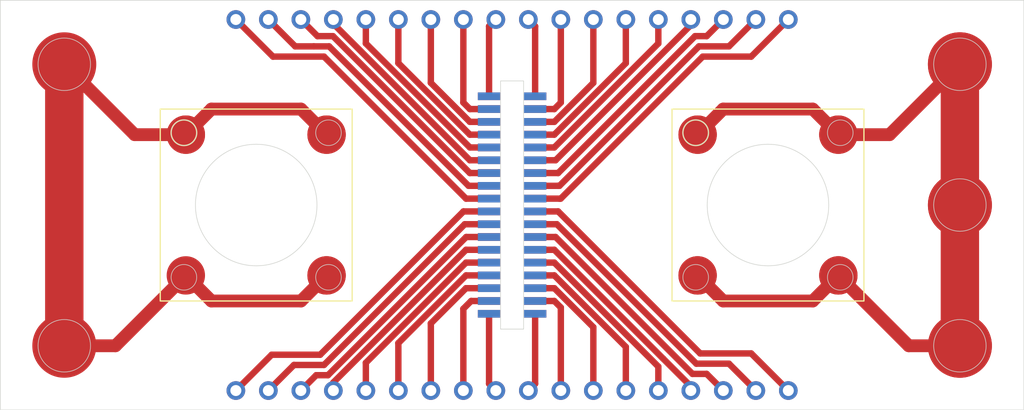
<source format=kicad_pcb>
(kicad_pcb (version 20241229) (generator "pcbnew") (generator_version "9.0")
  (title_block (date "2025-03-12"))
  (layers (0 "F.Cu" signal) (2 "B.Cu" signal) (13 "F.Paste" user) (15 "B.Paste" user) (5 "F.SilkS" user "F.Silkscreen") (7 "B.SilkS" user "B.Silkscreen") (1 "F.Mask" user) (3 "B.Mask" user) (25 "Edge.Cuts" user))
  (net 0 "")
  (footprint "footprints:Ground pads" (layer "F.Cu") (at 115.5 80.5)
    (property "Reference" "REF**" (hide yes))
    (property "Value" "Ground pads" (hide yes))
    (pad "1" smd circle (at 0 0) (size 3 3) (layers "F.Cu" "F.Mask" "F.Paste"))
  )
  (footprint "footprints:Ground pads" (layer "F.Cu") (at 104.5 80.5)
    (property "Reference" "REF**" (hide yes))
    (property "Value" "Ground pads" (hide yes))
    (pad "1" smd circle (at 0 0) (size 3 3) (layers "F.Cu" "F.Mask" "F.Paste"))
  )
  (footprint "footprints:Ground pads" (layer "F.Cu") (at 144.5 91.5)
    (property "Reference" "REF**" (hide yes))
    (property "Value" "Ground pads" (hide yes))
    (pad "1" smd circle (at 0 0) (size 3 3) (layers "F.Cu" "F.Mask" "F.Paste"))
  )
  (footprint "footprints:223956-1" (layer "F.Cu") (at 95 75)
    (property "Reference" "U4" (hide yes))
    (property "Value" "~" (hide yes))
    (fp_circle (center 0 0) (end 0 2.05) (stroke (width 0.05)) (fill no) (layer "Edge.Cuts"))
  )
  (footprint "footprints:Ground pads" (layer "F.Cu") (at 165 75)
    (property "Reference" "REF**" (hide yes))
    (property "Value" "Ground pads" (hide yes))
    (pad "1" smd circle (at 0 0) (size 5 5) (layers "F.Cu" "F.Mask" "F.Paste"))
  )
  (footprint "" (layer "F.Cu") (at 155.5 91.5)
    (property "Reference" "" (at 0 0 0) (layer "F.SilkS") (effects (font (size 1.27 1.27))))
    (property "Value" "")
    (pad "1" smd circle (at 0 0) (size 3 3) (layers "F.Cu" "F.Mask" "F.Paste"))
  )
  (footprint "footprints:Vertical board electrical anchor 36 pins" (layer "F.Cu") (at 130 86)
    (property "Reference" "REF**" (hide yes))
    (property "Value" "Vertical board electrical anchor 40 pins" (hide yes))
    (fp_rect (start -0.9 -9.7) (end 0.9 9.7) (stroke (width 0.05)) (fill no) (layer "Edge.Cuts"))
    (pad "01A" smd rect (at -1.8 -8.5 90) (size 0.6 1.75) (layers "F.Cu" "F.Mask" "F.Paste"))
    (pad "01A" smd rect (at 1.8 -8.5 90) (size 0.6 1.75) (layers "F.Cu" "F.Mask" "F.Paste"))
    (pad "02A" smd rect (at -1.8 -7.5 90) (size 0.6 1.75) (layers "F.Cu" "F.Mask" "F.Paste"))
    (pad "02A" smd rect (at 1.8 -7.5 90) (size 0.6 1.75) (layers "F.Cu" "F.Mask" "F.Paste"))
    (pad "03A" smd rect (at -1.8 -6.5 90) (size 0.6 1.75) (layers "F.Cu" "F.Mask" "F.Paste"))
    (pad "03A" smd rect (at 1.8 -6.5 90) (size 0.6 1.75) (layers "F.Cu" "F.Mask" "F.Paste"))
    (pad "04A" smd rect (at -1.8 -5.5 90) (size 0.6 1.75) (layers "F.Cu" "F.Mask" "F.Paste"))
    (pad "04A" smd rect (at 1.8 -5.5 90) (size 0.6 1.75) (layers "F.Cu" "F.Mask" "F.Paste"))
    (pad "05A" smd rect (at -1.8 -4.5 90) (size 0.6 1.75) (layers "F.Cu" "F.Mask" "F.Paste"))
    (pad "05A" smd rect (at 1.8 -4.5 90) (size 0.6 1.75) (layers "F.Cu" "F.Mask" "F.Paste"))
    (pad "06A" smd rect (at -1.8 -3.5 90) (size 0.6 1.75) (layers "F.Cu" "F.Mask" "F.Paste"))
    (pad "06A" smd rect (at 1.8 -3.5 90) (size 0.6 1.75) (layers "F.Cu" "F.Mask" "F.Paste"))
    (pad "07A" smd rect (at -1.8 -2.5 90) (size 0.6 1.75) (layers "F.Cu" "F.Mask" "F.Paste"))
    (pad "07A" smd rect (at 1.8 -2.5 90) (size 0.6 1.75) (layers "F.Cu" "F.Mask" "F.Paste"))
    (pad "08A" smd rect (at -1.8 -1.5 90) (size 0.6 1.75) (layers "F.Cu" "F.Mask" "F.Paste"))
    (pad "08A" smd rect (at 1.8 -1.5 90) (size 0.6 1.75) (layers "F.Cu" "F.Mask" "F.Paste"))
    (pad "09A" smd rect (at -1.8 -0.5 90) (size 0.6 1.75) (layers "F.Cu" "F.Mask" "F.Paste"))
    (pad "09A" smd rect (at 1.8 -0.5 90) (size 0.6 1.75) (layers "F.Cu" "F.Mask" "F.Paste"))
    (pad "10A" smd rect (at -1.8 0.5 90) (size 0.6 1.75) (layers "F.Cu" "F.Mask" "F.Paste"))
    (pad "10A" smd rect (at 1.8 0.5 90) (size 0.6 1.75) (layers "F.Cu" "F.Mask" "F.Paste"))
    (pad "11A" smd rect (at -1.8 1.5 90) (size 0.6 1.75) (layers "F.Cu" "F.Mask" "F.Paste"))
    (pad "11A" smd rect (at 1.8 1.5 90) (size 0.6 1.75) (layers "F.Cu" "F.Mask" "F.Paste"))
    (pad "12A" smd rect (at -1.8 2.5 90) (size 0.6 1.75) (layers "F.Cu" "F.Mask" "F.Paste"))
    (pad "12A" smd rect (at 1.8 2.5 90) (size 0.6 1.75) (layers "F.Cu" "F.Mask" "F.Paste"))
    (pad "13A" smd rect (at -1.8 3.5 90) (size 0.6 1.75) (layers "F.Cu" "F.Mask" "F.Paste"))
    (pad "13A" smd rect (at 1.8 3.5 90) (size 0.6 1.75) (layers "F.Cu" "F.Mask" "F.Paste"))
    (pad "14A" smd rect (at -1.8 4.5 90) (size 0.6 1.75) (layers "F.Cu" "F.Mask" "F.Paste"))
    (pad "14A" smd rect (at 1.8 4.5 90) (size 0.6 1.75) (layers "F.Cu" "F.Mask" "F.Paste"))
    (pad "15A" smd rect (at -1.8 5.5 90) (size 0.6 1.75) (layers "F.Cu" "F.Mask" "F.Paste"))
    (pad "15A" smd rect (at 1.8 5.5 90) (size 0.6 1.75) (layers "F.Cu" "F.Mask" "F.Paste"))
    (pad "16A" smd rect (at -1.8 6.5 90) (size 0.6 1.75) (layers "F.Cu" "F.Mask" "F.Paste"))
    (pad "16A" smd rect (at 1.8 6.5 90) (size 0.6 1.75) (layers "F.Cu" "F.Mask" "F.Paste"))
    (pad "17A" smd rect (at -1.8 7.5 90) (size 0.6 1.75) (layers "F.Cu" "F.Mask" "F.Paste"))
    (pad "17A" smd rect (at 1.8 7.5 90) (size 0.6 1.75) (layers "F.Cu" "F.Mask" "F.Paste"))
    (pad "18A" smd rect (at -1.8 8.5 90) (size 0.6 1.75) (layers "F.Cu" "F.Mask" "F.Paste"))
    (pad "18A" smd rect (at 1.8 8.5 90) (size 0.6 1.75) (layers "F.Cu" "F.Mask" "F.Paste"))
  )
  (footprint "" (layer "F.Cu") (at 165 75)
    (property "Reference" "" (at 0 0 0) (layer "F.SilkS") (effects (font (size 1.27 1.27))))
    (property "Value" "")
    (pad "1" smd circle (at 0 0) (size 5 5) (layers "F.Cu" "F.Mask" "F.Paste"))
  )
  (footprint "" (layer "F.Cu") (at 165 86)
    (property "Reference" "" (at 0 0 0) (layer "F.SilkS") (effects (font (size 1.27 1.27))))
    (property "Value" "")
    (pad "1" smd circle (at 0 0) (size 5 5) (layers "F.Cu" "F.Mask" "F.Paste"))
  )
  (footprint "footprints:Male BNC to Female SMA" (layer "F.Cu") (at 150 86)
    (property "Reference" "REF**" (hide yes))
    (property "Value" "Male BNC to Female SMA" (hide yes))
    (fp_rect (start -7.5 -7.5) (end 7.5 7.5) (stroke (width 0.1)) (fill no) (layer "F.SilkS"))
    (fp_circle (center -5.65 -5.65) (end -5.65 -4.65) (stroke (width 0.1)) (fill no) (layer "F.SilkS"))
    (fp_circle (center -5.65 -5.65) (end -5.65 -4.65) (stroke (width 0.05)) (fill no) (layer "Edge.Cuts"))
    (fp_circle (center -5.65 5.65) (end -5.65 6.65) (stroke (width 0.05)) (fill no) (layer "Edge.Cuts"))
    (fp_circle (center 0 0) (end 0 -4.75) (stroke (width 0.05)) (fill no) (layer "Edge.Cuts"))
    (fp_circle (center 5.65 -5.65) (end 5.65 -6.65) (stroke (width 0.05)) (fill no) (layer "Edge.Cuts"))
    (fp_circle (center 5.65 5.65) (end 4.65 5.65) (stroke (width 0.05)) (fill no) (layer "Edge.Cuts"))
  )
  (footprint "footprints:Ground pads" (layer "F.Cu") (at 115.5 91.5)
    (property "Reference" "REF**" (hide yes))
    (property "Value" "Ground pads" (hide yes))
    (pad "1" smd circle (at 0 0) (size 3 3) (layers "F.Cu" "F.Mask" "F.Paste"))
  )
  (footprint "footprints:Ground pads" (layer "F.Cu") (at 95 75)
    (property "Reference" "REF**" (hide yes))
    (property "Value" "Ground pads" (hide yes))
    (pad "1" smd circle (at 0 0) (size 5 5) (layers "F.Cu" "F.Mask" "F.Paste"))
  )
  (footprint "" (layer "F.Cu") (at 144.5 80.5)
    (property "Reference" "" (at 0 0 0) (layer "F.SilkS") (effects (font (size 1.27 1.27))))
    (property "Value" "")
    (pad "1" smd circle (at 0 0) (size 3 3) (layers "F.Cu" "F.Mask" "F.Paste"))
  )
  (footprint "" (layer "F.Cu") (at 115.5 91.5)
    (property "Reference" "" (at 0 0 0) (layer "F.SilkS") (effects (font (size 1.27 1.27))))
    (property "Value" "")
    (pad "1" smd circle (at 0 0) (size 3 3) (layers "F.Cu" "F.Mask" "F.Paste"))
  )
  (footprint "" (layer "F.Cu") (at 155.5 80.5)
    (property "Reference" "" (at 0 0 0) (layer "F.SilkS") (effects (font (size 1.27 1.27))))
    (property "Value" "")
    (pad "1" smd circle (at 0 0) (size 3 3) (layers "F.Cu" "F.Mask" "F.Paste"))
  )
  (footprint "footprints:Ground pads" (layer "F.Cu") (at 165 97)
    (property "Reference" "REF**" (hide yes))
    (property "Value" "Ground pads" (hide yes))
    (pad "1" smd circle (at 0 0) (size 5 5) (layers "F.Cu" "F.Mask" "F.Paste"))
  )
  (footprint "footprints:223956-1" (layer "F.Cu") (at 95 97)
    (property "Reference" "U3" (hide yes))
    (property "Value" "~" (hide yes))
    (fp_circle (center 0 0) (end 0 2.05) (stroke (width 0.05)) (fill no) (layer "Edge.Cuts"))
  )
  (footprint "footprints:Ground pads" (layer "F.Cu") (at 95 97)
    (property "Reference" "REF**" (hide yes))
    (property "Value" "Ground pads" (hide yes))
    (pad "1" smd circle (at 0 0) (size 5 5) (layers "F.Cu" "F.Mask" "F.Paste"))
  )
  (footprint "footprints:Ground pads" (layer "F.Cu") (at 104.5 91.5)
    (property "Reference" "REF**" (hide yes))
    (property "Value" "Ground pads" (hide yes))
    (pad "1" smd circle (at 0 0) (size 3 3) (layers "F.Cu" "F.Mask" "F.Paste"))
  )
  (footprint "footprints:223956-1" (layer "F.Cu") (at 165 75)
    (property "Reference" "U5" (hide yes))
    (property "Value" "~" (hide yes))
    (fp_circle (center 0 0) (end 0 2.05) (stroke (width 0.05)) (fill no) (layer "Edge.Cuts"))
  )
  (footprint "footprints:Ground pads" (layer "F.Cu") (at 155.5 91.5)
    (property "Reference" "REF**" (hide yes))
    (property "Value" "Ground pads" (hide yes))
    (pad "1" smd circle (at 0 0) (size 3 3) (layers "F.Cu" "F.Mask" "F.Paste"))
  )
  (footprint "footprints:Ground pads" (layer "F.Cu") (at 144.5 80.5)
    (property "Reference" "REF**" (hide yes))
    (property "Value" "Ground pads" (hide yes))
    (pad "1" smd circle (at 0 0) (size 3 3) (layers "F.Cu" "F.Mask" "F.Paste"))
  )
  (footprint "footprints:223956-1" (layer "F.Cu") (at 165 97)
    (property "Reference" "U6" (hide yes))
    (property "Value" "~" (hide yes))
    (fp_circle (center 0 0) (end 0 2.05) (stroke (width 0.05)) (fill no) (layer "Edge.Cuts"))
  )
  (footprint "" (layer "F.Cu") (at 104.5 80.5)
    (property "Reference" "" (at 0 0 0) (layer "F.SilkS") (effects (font (size 1.27 1.27))))
    (property "Value" "")
    (pad "1" smd circle (at 0 0) (size 3 3) (layers "F.Cu" "F.Mask" "F.Paste"))
  )
  (footprint "footprints:Male BNC to Female SMA" (layer "F.Cu") (at 110 86)
    (property "Reference" "REF**" (hide yes))
    (property "Value" "Male BNC to Female SMA" (hide yes))
    (fp_rect (start -7.5 -7.5) (end 7.5 7.5) (stroke (width 0.1)) (fill no) (layer "F.SilkS"))
    (fp_circle (center -5.65 -5.65) (end -5.65 -4.65) (stroke (width 0.1)) (fill no) (layer "F.SilkS"))
    (fp_circle (center -5.65 -5.65) (end -5.65 -4.65) (stroke (width 0.05)) (fill no) (layer "Edge.Cuts"))
    (fp_circle (center -5.65 5.65) (end -5.65 6.65) (stroke (width 0.05)) (fill no) (layer "Edge.Cuts"))
    (fp_circle (center 0 0) (end 0 -4.75) (stroke (width 0.05)) (fill no) (layer "Edge.Cuts"))
    (fp_circle (center 5.65 -5.65) (end 5.65 -6.65) (stroke (width 0.05)) (fill no) (layer "Edge.Cuts"))
    (fp_circle (center 5.65 5.65) (end 4.65 5.65) (stroke (width 0.05)) (fill no) (layer "Edge.Cuts"))
  )
  (footprint "" (layer "F.Cu") (at 115.5 80.5)
    (property "Reference" "" (at 0 0 0) (layer "F.SilkS") (effects (font (size 1.27 1.27))))
    (property "Value" "")
    (pad "1" smd circle (at 0 0) (size 3 3) (layers "F.Cu" "F.Mask" "F.Paste"))
  )
  (footprint "footprints:Ground pads" (layer "F.Cu") (at 155.5 80.5)
    (property "Reference" "REF**" (hide yes))
    (property "Value" "Ground pads" (hide yes))
    (pad "1" smd circle (at 0 0) (size 3 3) (layers "F.Cu" "F.Mask" "F.Paste"))
  )
  (footprint "footprints:Ground pads" (layer "F.Cu") (at 165 86)
    (property "Reference" "REF**" (hide yes))
    (property "Value" "Ground pads" (hide yes))
    (pad "1" smd circle (at 0 0) (size 5 5) (layers "F.Cu" "F.Mask" "F.Paste"))
  )
  (footprint "" (layer "F.Cu") (at 144.5 91.5)
    (property "Reference" "" (at 0 0 0) (layer "F.SilkS") (effects (font (size 1.27 1.27))))
    (property "Value" "")
    (pad "1" smd circle (at 0 0) (size 3 3) (layers "F.Cu" "F.Mask" "F.Paste"))
  )
  (footprint "footprints:223956-1" (layer "F.Cu") (at 165 86)
    (property "Reference" "U5" (hide yes))
    (property "Value" "~" (hide yes))
    (fp_circle (center 0 0) (end 0 2.05) (stroke (width 0.05)) (fill no) (layer "Edge.Cuts"))
  )
  (footprint "" (layer "F.Cu") (at 165 97)
    (property "Reference" "" (at 0 0 0) (layer "F.SilkS") (effects (font (size 1.27 1.27))))
    (property "Value" "")
    (pad "1" smd circle (at 0 0) (size 5 5) (layers "F.Cu" "F.Mask" "F.Paste"))
  )
  (footprint "footprints:Vertical board electrical anchor 36 pins" (layer "B.Cu") (at 130 86 180)
    (property "Reference" "REF**" (hide yes))
    (property "Value" "Vertical board electrical anchor 40 pins" (hide yes))
    (pad "01A" smd rect (at -1.8 8.5 90) (size 0.6 1.75) (layers "B.Cu" "B.Mask" "B.Paste"))
    (pad "01A" smd rect (at 1.8 8.5 90) (size 0.6 1.75) (layers "B.Cu" "B.Mask" "B.Paste"))
    (pad "02A" smd rect (at -1.8 7.5 90) (size 0.6 1.75) (layers "B.Cu" "B.Mask" "B.Paste"))
    (pad "02A" smd rect (at 1.8 7.5 90) (size 0.6 1.75) (layers "B.Cu" "B.Mask" "B.Paste"))
    (pad "03A" smd rect (at -1.8 6.5 90) (size 0.6 1.75) (layers "B.Cu" "B.Mask" "B.Paste"))
    (pad "03A" smd rect (at 1.8 6.5 90) (size 0.6 1.75) (layers "B.Cu" "B.Mask" "B.Paste"))
    (pad "04A" smd rect (at -1.8 5.5 90) (size 0.6 1.75) (layers "B.Cu" "B.Mask" "B.Paste"))
    (pad "04A" smd rect (at 1.8 5.5 90) (size 0.6 1.75) (layers "B.Cu" "B.Mask" "B.Paste"))
    (pad "05A" smd rect (at -1.8 4.5 90) (size 0.6 1.75) (layers "B.Cu" "B.Mask" "B.Paste"))
    (pad "05A" smd rect (at 1.8 4.5 90) (size 0.6 1.75) (layers "B.Cu" "B.Mask" "B.Paste"))
    (pad "06A" smd rect (at -1.8 3.5 90) (size 0.6 1.75) (layers "B.Cu" "B.Mask" "B.Paste"))
    (pad "06A" smd rect (at 1.8 3.5 90) (size 0.6 1.75) (layers "B.Cu" "B.Mask" "B.Paste"))
    (pad "07A" smd rect (at -1.8 2.5 90) (size 0.6 1.75) (layers "B.Cu" "B.Mask" "B.Paste"))
    (pad "07A" smd rect (at 1.8 2.5 90) (size 0.6 1.75) (layers "B.Cu" "B.Mask" "B.Paste"))
    (pad "08A" smd rect (at -1.8 1.5 90) (size 0.6 1.75) (layers "B.Cu" "B.Mask" "B.Paste"))
    (pad "08A" smd rect (at 1.8 1.5 90) (size 0.6 1.75) (layers "B.Cu" "B.Mask" "B.Paste"))
    (pad "09A" smd rect (at -1.8 0.5 90) (size 0.6 1.75) (layers "B.Cu" "B.Mask" "B.Paste"))
    (pad "09A" smd rect (at 1.8 0.5 90) (size 0.6 1.75) (layers "B.Cu" "B.Mask" "B.Paste"))
    (pad "10A" smd rect (at -1.8 -0.5 90) (size 0.6 1.75) (layers "B.Cu" "B.Mask" "B.Paste"))
    (pad "10A" smd rect (at 1.8 -0.5 90) (size 0.6 1.75) (layers "B.Cu" "B.Mask" "B.Paste"))
    (pad "11A" smd rect (at -1.8 -1.5 90) (size 0.6 1.75) (layers "B.Cu" "B.Mask" "B.Paste"))
    (pad "11A" smd rect (at 1.8 -1.5 90) (size 0.6 1.75) (layers "B.Cu" "B.Mask" "B.Paste"))
    (pad "12A" smd rect (at -1.8 -2.5 90) (size 0.6 1.75) (layers "B.Cu" "B.Mask" "B.Paste"))
    (pad "12A" smd rect (at 1.8 -2.5 90) (size 0.6 1.75) (layers "B.Cu" "B.Mask" "B.Paste"))
    (pad "13A" smd rect (at -1.8 -3.5 90) (size 0.6 1.75) (layers "B.Cu" "B.Mask" "B.Paste"))
    (pad "13A" smd rect (at 1.8 -3.5 90) (size 0.6 1.75) (layers "B.Cu" "B.Mask" "B.Paste"))
    (pad "14A" smd rect (at -1.8 -4.5 90) (size 0.6 1.75) (layers "B.Cu" "B.Mask" "B.Paste"))
    (pad "14A" smd rect (at 1.8 -4.5 90) (size 0.6 1.75) (layers "B.Cu" "B.Mask" "B.Paste"))
    (pad "15A" smd rect (at -1.8 -5.5 90) (size 0.6 1.75) (layers "B.Cu" "B.Mask" "B.Paste"))
    (pad "15A" smd rect (at 1.8 -5.5 90) (size 0.6 1.75) (layers "B.Cu" "B.Mask" "B.Paste"))
    (pad "16A" smd rect (at -1.8 -6.5 90) (size 0.6 1.75) (layers "B.Cu" "B.Mask" "B.Paste"))
    (pad "16A" smd rect (at 1.8 -6.5 90) (size 0.6 1.75) (layers "B.Cu" "B.Mask" "B.Paste"))
    (pad "17A" smd rect (at -1.8 -7.5 90) (size 0.6 1.75) (layers "B.Cu" "B.Mask" "B.Paste"))
    (pad "17A" smd rect (at 1.8 -7.5 90) (size 0.6 1.75) (layers "B.Cu" "B.Mask" "B.Paste"))
    (pad "18A" smd rect (at -1.8 -8.5 90) (size 0.6 1.75) (layers "B.Cu" "B.Mask" "B.Paste"))
    (pad "18A" smd rect (at 1.8 -8.5 90) (size 0.6 1.75) (layers "B.Cu" "B.Mask" "B.Paste"))
  )
  (footprint "footprints:SAMTEC-SLW-118-01-X-S" (layer "B.Cu") (at 130 71.5 180)
    (property "Reference" "REF**" (hide yes))
    (property "Value" "SAMTEC-SLW-118-01-X-S")
    (pad "1" thru_hole circle (at -21.59 0 180) (size 1.45999 1.45999) (drill 0.859993) (layers "*.Cu"))
    (pad "2" thru_hole circle (at -19.05 0 180) (size 1.45999 1.45999) (drill 0.859993) (layers "*.Cu"))
    (pad "3" thru_hole circle (at -16.51 0 180) (size 1.45999 1.45999) (drill 0.859993) (layers "*.Cu"))
    (pad "4" thru_hole circle (at -13.97 0 180) (size 1.45999 1.45999) (drill 0.859993) (layers "*.Cu"))
    (pad "5" thru_hole circle (at -11.43 0 180) (size 1.45999 1.45999) (drill 0.859993) (layers "*.Cu"))
    (pad "6" thru_hole circle (at -8.89 0 180) (size 1.45999 1.45999) (drill 0.859993) (layers "*.Cu"))
    (pad "7" thru_hole circle (at -6.35 0 180) (size 1.45999 1.45999) (drill 0.859993) (layers "*.Cu"))
    (pad "8" thru_hole circle (at -3.81 0 180) (size 1.45999 1.45999) (drill 0.859993) (layers "*.Cu"))
    (pad "9" thru_hole circle (at -1.27 0 180) (size 1.45999 1.45999) (drill 0.859993) (layers "*.Cu"))
    (pad "10" thru_hole circle (at 1.27 0 180) (size 1.45999 1.45999) (drill 0.859993) (layers "*.Cu"))
    (pad "11" thru_hole circle (at 3.81 0 180) (size 1.45999 1.45999) (drill 0.859993) (layers "*.Cu"))
    (pad "12" thru_hole circle (at 6.35 0 180) (size 1.45999 1.45999) (drill 0.859993) (layers "*.Cu"))
    (pad "13" thru_hole circle (at 8.89 0 180) (size 1.45999 1.45999) (drill 0.859993) (layers "*.Cu"))
    (pad "14" thru_hole circle (at 11.43 0 180) (size 1.45999 1.45999) (drill 0.859993) (layers "*.Cu"))
    (pad "15" thru_hole circle (at 13.97 0 180) (size 1.45999 1.45999) (drill 0.859993) (layers "*.Cu"))
    (pad "16" thru_hole circle (at 16.51 0 180) (size 1.45999 1.45999) (drill 0.859993) (layers "*.Cu"))
    (pad "17" thru_hole circle (at 19.05 0 180) (size 1.45999 1.45999) (drill 0.859993) (layers "*.Cu"))
    (pad "18" thru_hole circle (at 21.59 0 180) (size 1.45999 1.45999) (drill 0.859993) (layers "*.Cu"))
  )
  (footprint "footprints:SAMTEC-SLW-118-01-X-S" (layer "B.Cu") (at 130 100.5 180)
    (property "Reference" "REF**" (hide yes))
    (property "Value" "SAMTEC-SLW-118-01-X-S")
    (pad "1" thru_hole circle (at -21.59 0 180) (size 1.45999 1.45999) (drill 0.859993) (layers "*.Cu"))
    (pad "2" thru_hole circle (at -19.05 0 180) (size 1.45999 1.45999) (drill 0.859993) (layers "*.Cu"))
    (pad "3" thru_hole circle (at -16.51 0 180) (size 1.45999 1.45999) (drill 0.859993) (layers "*.Cu"))
    (pad "4" thru_hole circle (at -13.97 0 180) (size 1.45999 1.45999) (drill 0.859993) (layers "*.Cu"))
    (pad "5" thru_hole circle (at -11.43 0 180) (size 1.45999 1.45999) (drill 0.859993) (layers "*.Cu"))
    (pad "6" thru_hole circle (at -8.89 0 180) (size 1.45999 1.45999) (drill 0.859993) (layers "*.Cu"))
    (pad "7" thru_hole circle (at -6.35 0 180) (size 1.45999 1.45999) (drill 0.859993) (layers "*.Cu"))
    (pad "8" thru_hole circle (at -3.81 0 180) (size 1.45999 1.45999) (drill 0.859993) (layers "*.Cu"))
    (pad "9" thru_hole circle (at -1.27 0 180) (size 1.45999 1.45999) (drill 0.859993) (layers "*.Cu"))
    (pad "10" thru_hole circle (at 1.27 0 180) (size 1.45999 1.45999) (drill 0.859993) (layers "*.Cu"))
    (pad "11" thru_hole circle (at 3.81 0 180) (size 1.45999 1.45999) (drill 0.859993) (layers "*.Cu"))
    (pad "12" thru_hole circle (at 6.35 0 180) (size 1.45999 1.45999) (drill 0.859993) (layers "*.Cu"))
    (pad "13" thru_hole circle (at 8.89 0 180) (size 1.45999 1.45999) (drill 0.859993) (layers "*.Cu"))
    (pad "14" thru_hole circle (at 11.43 0 180) (size 1.45999 1.45999) (drill 0.859993) (layers "*.Cu"))
    (pad "15" thru_hole circle (at 13.97 0 180) (size 1.45999 1.45999) (drill 0.859993) (layers "*.Cu"))
    (pad "16" thru_hole circle (at 16.51 0 180) (size 1.45999 1.45999) (drill 0.859993) (layers "*.Cu"))
    (pad "17" thru_hole circle (at 19.05 0 180) (size 1.45999 1.45999) (drill 0.859993) (layers "*.Cu"))
    (pad "18" thru_hole circle (at 21.59 0 180) (size 1.45999 1.45999) (drill 0.859993) (layers "*.Cu"))
  )
  (gr_rect (start 90 70) (end 170 102) (stroke (width 0.05)) (fill no) (layer "Edge.Cuts"))
  (segment (start 131.8 78.5) (end 133.3 78.5) (width 0.5) (layer "F.Cu") (net 0))
  (segment (start 136.35 95.55) (end 136.35 100.5) (width 0.5) (layer "F.Cu") (net 0))
  (segment (start 131.8 83.5) (end 133.6 83.5) (width 0.5) (layer "F.Cu") (net 0))
  (segment (start 133.4 82.5) (end 143.97 71.93) (width 0.5) (layer "F.Cu") (net 0))
  (segment (start 126.7 78.5) (end 128.2 78.5) (width 0.5) (layer "F.Cu") (net 0))
  (segment (start 128.2 72.03) (end 128.73 71.5) (width 0.5) (layer "F.Cu") (net 0))
  (segment (start 118.57 98.33) (end 118.57 100.5) (width 0.5) (layer "F.Cu") (net 0))
  (segment (start 111.31 74.4) (end 108.41 71.5) (width 0.5) (layer "F.Cu") (net 0))
  (segment (start 126.7 83.5) (end 116 72.8) (width 0.5) (layer "F.Cu") (net 0))
  (segment (start 144.1 99.2) (end 145.21 99.2) (width 0.5) (layer "F.Cu") (net 0))
  (segment (start 115.61005 99.3) (end 114.69 99.3) (width 0.5) (layer "F.Cu") (net 0))
  (segment (start 161 97) (end 165 97) (width 1) (layer "F.Cu") (net 0))
  (segment (start 146.5 78.5) (end 153.5 78.5) (width 1) (layer "F.Cu") (net 0))
  (segment (start 116.03 71.83) (end 126.7 82.5) (width 0.5) (layer "F.Cu") (net 0))
  (segment (start 141.43 73.37) (end 141.43 71.5) (width 0.5) (layer "F.Cu") (net 0))
  (segment (start 111.21 97.7) (end 108.41 100.5) (width 0.5) (layer "F.Cu") (net 0))
  (segment (start 131.8 85.5) (end 133.7 85.5) (width 0.5) (layer "F.Cu") (net 0))
  (segment (start 114.69 99.3) (end 113.49 100.5) (width 0.5) (layer "F.Cu") (net 0))
  (segment (start 115 97.7) (end 111.21 97.7) (width 0.5) (layer "F.Cu") (net 0))
  (segment (start 165 75) (end 165 86) (width 3) (layer "F.Cu") (net 0))
  (segment (start 133.3 79.5) (end 136.35 76.45) (width 0.5) (layer "F.Cu") (net 0))
  (segment (start 126.6 84.5) (end 128.2 84.5) (width 0.5) (layer "F.Cu") (net 0))
  (segment (start 126.8 93.5) (end 126.19 94.11) (width 0.5) (layer "F.Cu") (net 0))
  (segment (start 123.65 76.45) (end 126.7 79.5) (width 0.5) (layer "F.Cu") (net 0))
  (segment (start 126.7 79.5) (end 128.3 79.5) (width 0.5) (layer "F.Cu") (net 0))
  (segment (start 131.8 87.5) (end 133.5 87.5) (width 0.5) (layer "F.Cu") (net 0))
  (segment (start 95 75) (end 95 97) (width 3) (layer "F.Cu") (net 0))
  (segment (start 138.89 97.09) (end 138.89 100.5) (width 0.5) (layer "F.Cu") (net 0))
  (segment (start 133.81 94.01) (end 133.81 100.5) (width 0.5) (layer "F.Cu") (net 0))
  (segment (start 126.7 81.5) (end 128.2 81.5) (width 0.5) (layer "F.Cu") (net 0))
  (segment (start 141.43 98.63) (end 141.43 100.5) (width 0.5) (layer "F.Cu") (net 0))
  (segment (start 133.3 91.5) (end 138.89 97.09) (width 0.5) (layer "F.Cu") (net 0))
  (segment (start 144.9 74.4) (end 148.69 74.4) (width 0.5) (layer "F.Cu") (net 0))
  (segment (start 118.57 71.5) (end 118.57 73.37) (width 0.5) (layer "F.Cu") (net 0))
  (segment (start 128.2 99.97) (end 128.73 100.5) (width 0.5) (layer "F.Cu") (net 0))
  (segment (start 126.7 82.5) (end 128.2 82.5) (width 0.5) (layer "F.Cu") (net 0))
  (segment (start 128.2 94.5) (end 128.2 99.97) (width 0.5) (layer "F.Cu") (net 0))
  (segment (start 126.4 92.5) (end 123.65 95.25) (width 0.5) (layer "F.Cu") (net 0))
  (segment (start 113.5 93.5) (end 115.5 91.5) (width 1) (layer "F.Cu") (net 0))
  (segment (start 146.5 93.5) (end 153.5 93.5) (width 1) (layer "F.Cu") (net 0))
  (segment (start 133.3 78.5) (end 133.81 77.99) (width 0.5) (layer "F.Cu") (net 0))
  (segment (start 133.3 89.5) (end 141.8 98) (width 0.5) (layer "F.Cu") (net 0))
  (segment (start 131.8 93.5) (end 133.3 93.5) (width 0.5) (layer "F.Cu") (net 0))
  (segment (start 133.6 83.5) (end 144.3 72.8) (width 0.5) (layer "F.Cu") (net 0))
  (segment (start 144.7 97.6) (end 148.69 97.6) (width 0.5) (layer "F.Cu") (net 0))
  (segment (start 131.8 82.5) (end 133.4 82.5) (width 0.5) (layer "F.Cu") (net 0))
  (segment (start 131.8 92.5) (end 133.3 92.5) (width 0.5) (layer "F.Cu") (net 0))
  (segment (start 114.5 73.6) (end 113.05 73.6) (width 0.5) (layer "F.Cu") (net 0))
  (segment (start 131.8 86.5) (end 133.6 86.5) (width 0.5) (layer "F.Cu") (net 0))
  (segment (start 131.8 79.5) (end 133.3 79.5) (width 0.5) (layer "F.Cu") (net 0))
  (segment (start 128.2 89.5) (end 126.4 89.5) (width 0.5) (layer "F.Cu") (net 0))
  (segment (start 126.4 89.5) (end 116.03 99.87) (width 0.5) (layer "F.Cu") (net 0))
  (segment (start 131.8 90.5) (end 133.3 90.5) (width 0.5) (layer "F.Cu") (net 0))
  (segment (start 128.2 92.5) (end 126.4 92.5) (width 0.5) (layer "F.Cu") (net 0))
  (segment (start 126.4 85.5) (end 128.2 85.5) (width 0.5) (layer "F.Cu") (net 0))
  (segment (start 133.3 80.5) (end 138.89 74.91) (width 0.5) (layer "F.Cu") (net 0))
  (segment (start 165 86) (end 165 97) (width 3) (layer "F.Cu") (net 0))
  (segment (start 153.5 78.5) (end 155.5 80.5) (width 1) (layer "F.Cu") (net 0))
  (segment (start 136.35 76.45) (end 136.35 71.5) (width 0.5) (layer "F.Cu") (net 0))
  (segment (start 128.2 90.5) (end 126.4 90.5) (width 0.5) (layer "F.Cu") (net 0))
  (segment (start 133.4 88.5) (end 144.1 99.2) (width 0.5) (layer "F.Cu") (net 0))
  (segment (start 126.2 86.5) (end 115 97.7) (width 0.5) (layer "F.Cu") (net 0))
  (segment (start 128.2 86.5) (end 126.2 86.5) (width 0.5) (layer "F.Cu") (net 0))
  (segment (start 148.69 97.6) (end 151.59 100.5) (width 0.5) (layer "F.Cu") (net 0))
  (segment (start 106.5 93.5) (end 113.5 93.5) (width 1) (layer "F.Cu") (net 0))
  (segment (start 121.11 96.79) (end 121.11 100.5) (width 0.5) (layer "F.Cu") (net 0))
  (segment (start 146.95 73.6) (end 149.05 71.5) (width 0.5) (layer "F.Cu") (net 0))
  (segment (start 131.8 94.5) (end 131.8 99.97) (width 0.5) (layer "F.Cu") (net 0))
  (segment (start 133.5 87.5) (end 144.4 98.4) (width 0.5) (layer "F.Cu") (net 0))
  (segment (start 131.8 72.03) (end 131.27 71.5) (width 0.5) (layer "F.Cu") (net 0))
  (segment (start 99 97) (end 95 97) (width 1) (layer "F.Cu") (net 0))
  (segment (start 138.89 74.91) (end 138.89 71.5) (width 0.5) (layer "F.Cu") (net 0))
  (segment (start 131.8 89.5) (end 133.3 89.5) (width 0.5) (layer "F.Cu") (net 0))
  (segment (start 126.6 84.5) (end 115.7 73.6) (width 0.5) (layer "F.Cu") (net 0))
  (segment (start 133.8 85.5) (end 144.9 74.4) (width 0.5) (layer "F.Cu") (net 0))
  (segment (start 126.4 91.5) (end 121.11 96.79) (width 0.5) (layer "F.Cu") (net 0))
  (segment (start 128.2 88.5) (end 126.41005 88.5) (width 0.5) (layer "F.Cu") (net 0))
  (segment (start 133.7 85.5) (end 133.8 85.5) (width 0.5) (layer "F.Cu") (net 0))
  (segment (start 148.69 74.4) (end 151.59 71.5) (width 0.5) (layer "F.Cu") (net 0))
  (segment (start 133.3 81.5) (end 141.43 73.37) (width 0.5) (layer "F.Cu") (net 0))
  (segment (start 145.21 72.8) (end 146.51 71.5) (width 0.5) (layer "F.Cu") (net 0))
  (segment (start 126.41005 88.5) (end 115.61005 99.3) (width 0.5) (layer "F.Cu") (net 0))
  (segment (start 144.6 73.6) (end 146.95 73.6) (width 0.5) (layer "F.Cu") (net 0))
  (segment (start 133.6 84.5) (end 133.7 84.5) (width 0.5) (layer "F.Cu") (net 0))
  (segment (start 133.81 77.99) (end 133.81 71.5) (width 0.5) (layer "F.Cu") (net 0))
  (segment (start 133.7 84.5) (end 144.6 73.6) (width 0.5) (layer "F.Cu") (net 0))
  (segment (start 159.5 80.5) (end 165 75) (width 1) (layer "F.Cu") (net 0))
  (segment (start 131.8 88.5) (end 133.4 88.5) (width 0.5) (layer "F.Cu") (net 0))
  (segment (start 115.3 98.5) (end 112.95 98.5) (width 0.5) (layer "F.Cu") (net 0))
  (segment (start 144.3 72.8) (end 145.21 72.8) (width 0.5) (layer "F.Cu") (net 0))
  (segment (start 144.4 98.4) (end 146.95 98.4) (width 0.5) (layer "F.Cu") (net 0))
  (segment (start 155.5 91.5) (end 161 97) (width 1) (layer "F.Cu") (net 0))
  (segment (start 126.19 77.99) (end 126.7 78.5) (width 0.5) (layer "F.Cu") (net 0))
  (segment (start 104.5 91.5) (end 99 97) (width 1) (layer "F.Cu") (net 0))
  (segment (start 126.19 71.5) (end 126.19 77.99) (width 0.5) (layer "F.Cu") (net 0))
  (segment (start 133.3 90.5) (end 141.43 98.63) (width 0.5) (layer "F.Cu") (net 0))
  (segment (start 131.8 99.97) (end 131.27 100.5) (width 0.5) (layer "F.Cu") (net 0))
  (segment (start 128.2 77.5) (end 128.2 72.03) (width 0.5) (layer "F.Cu") (net 0))
  (segment (start 113.5 78.5) (end 106.5 78.5) (width 1) (layer "F.Cu") (net 0))
  (segment (start 113.05 73.6) (end 110.95 71.5) (width 0.5) (layer "F.Cu") (net 0))
  (segment (start 153.5 93.5) (end 155.5 91.5) (width 1) (layer "F.Cu") (net 0))
  (segment (start 133.3 92.5) (end 136.35 95.55) (width 0.5) (layer "F.Cu") (net 0))
  (segment (start 131.8 91.5) (end 133.3 91.5) (width 0.5) (layer "F.Cu") (net 0))
  (segment (start 143.97 71.93) (end 143.97 71.5) (width 0.5) (layer "F.Cu") (net 0))
  (segment (start 112.95 98.5) (end 110.95 100.5) (width 0.5) (layer "F.Cu") (net 0))
  (segment (start 118.57 73.37) (end 126.7 81.5) (width 0.5) (layer "F.Cu") (net 0))
  (segment (start 126.19 94.11) (end 126.19 100.5) (width 0.5) (layer "F.Cu") (net 0))
  (segment (start 116.03 99.87) (end 116.03 100.5) (width 0.5) (layer "F.Cu") (net 0))
  (segment (start 141.8 98) (end 143.97 100.17) (width 0.5) (layer "F.Cu") (net 0))
  (segment (start 128.2 91.5) (end 126.4 91.5) (width 0.5) (layer "F.Cu") (net 0))
  (segment (start 144.5 91.5) (end 146.5 93.5) (width 1) (layer "F.Cu") (net 0))
  (segment (start 131.8 81.5) (end 133.3 81.5) (width 0.5) (layer "F.Cu") (net 0))
  (segment (start 104.5 80.5) (end 100.5 80.5) (width 1) (layer "F.Cu") (net 0))
  (segment (start 116.03 71.5) (end 116.03 71.83) (width 0.5) (layer "F.Cu") (net 0))
  (segment (start 131.8 84.5) (end 133.6 84.5) (width 0.5) (layer "F.Cu") (net 0))
  (segment (start 128.2 93.5) (end 126.8 93.5) (width 0.5) (layer "F.Cu") (net 0))
  (segment (start 115.5 80.5) (end 113.5 78.5) (width 1) (layer "F.Cu") (net 0))
  (segment (start 155.5 80.5) (end 159.5 80.5) (width 1) (layer "F.Cu") (net 0))
  (segment (start 131.8 80.5) (end 133.3 80.5) (width 0.5) (layer "F.Cu") (net 0))
  (segment (start 123.65 95.25) (end 123.65 100.5) (width 0.5) (layer "F.Cu") (net 0))
  (segment (start 143.97 100.17) (end 143.97 100.5) (width 0.5) (layer "F.Cu") (net 0))
  (segment (start 128.2 83.5) (end 126.7 83.5) (width 0.5) (layer "F.Cu") (net 0))
  (segment (start 126.7 80.5) (end 128.2 80.5) (width 0.5) (layer "F.Cu") (net 0))
  (segment (start 116 72.8) (end 114.79 72.8) (width 0.5) (layer "F.Cu") (net 0))
  (segment (start 126.4 85.5) (end 115.3 74.4) (width 0.5) (layer "F.Cu") (net 0))
  (segment (start 144.5 80.5) (end 146.5 78.5) (width 1) (layer "F.Cu") (net 0))
  (segment (start 106.5 78.5) (end 104.5 80.5) (width 1) (layer "F.Cu") (net 0))
  (segment (start 104.5 91.5) (end 106.5 93.5) (width 1) (layer "F.Cu") (net 0))
  (segment (start 133.6 86.5) (end 144.7 97.6) (width 0.5) (layer "F.Cu") (net 0))
  (segment (start 126.3 87.5) (end 115.3 98.5) (width 0.5) (layer "F.Cu") (net 0))
  (segment (start 128.2 87.5) (end 126.3 87.5) (width 0.5) (layer "F.Cu") (net 0))
  (segment (start 121.11 74.91) (end 126.7 80.5) (width 0.5) (layer "F.Cu") (net 0))
  (segment (start 145.21 99.2) (end 146.51 100.5) (width 0.5) (layer "F.Cu") (net 0))
  (segment (start 146.95 98.4) (end 149.05 100.5) (width 0.5) (layer "F.Cu") (net 0))
  (segment (start 123.65 71.5) (end 123.65 76.45) (width 0.5) (layer "F.Cu") (net 0))
  (segment (start 121.11 71.5) (end 121.11 74.91) (width 0.5) (layer "F.Cu") (net 0))
  (segment (start 115.7 73.6) (end 114.5 73.6) (width 0.5) (layer "F.Cu") (net 0))
  (segment (start 133.3 93.5) (end 133.81 94.01) (width 0.5) (layer "F.Cu") (net 0))
  (segment (start 115.3 74.4) (end 111.31 74.4) (width 0.5) (layer "F.Cu") (net 0))
  (segment (start 100.5 80.5) (end 95 75) (width 1) (layer "F.Cu") (net 0))
  (segment (start 114.79 72.8) (end 113.49 71.5) (width 0.5) (layer "F.Cu") (net 0))
  (segment (start 131.8 77.5) (end 131.8 72.03) (width 0.5) (layer "F.Cu") (net 0))
  (segment (start 126.4 90.5) (end 118.57 98.33) (width 0.5) (layer "F.Cu") (net 0))
)
</source>
